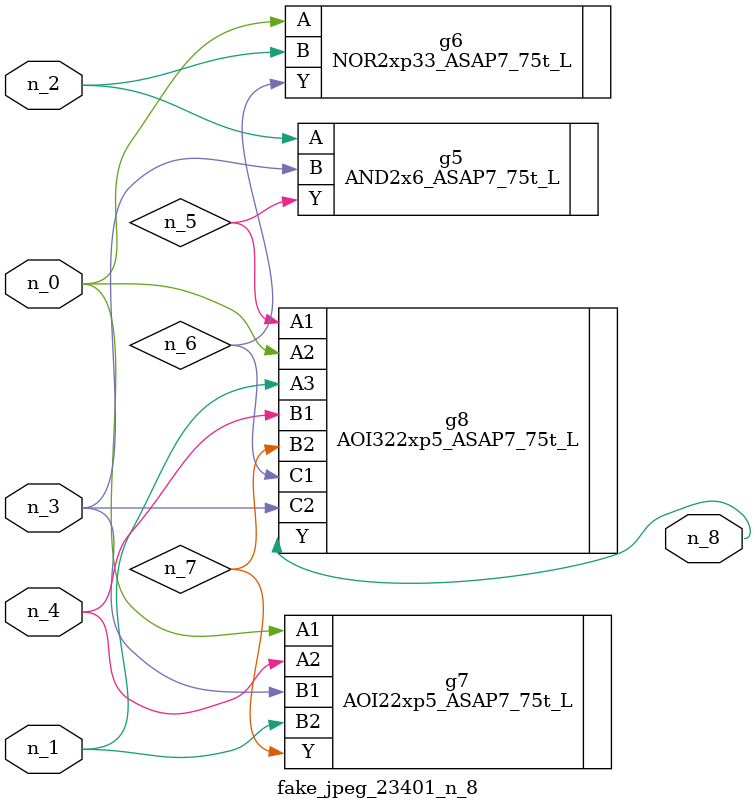
<source format=v>
module fake_jpeg_23401_n_8 (n_3, n_2, n_1, n_0, n_4, n_8);

input n_3;
input n_2;
input n_1;
input n_0;
input n_4;

output n_8;

wire n_6;
wire n_5;
wire n_7;

AND2x6_ASAP7_75t_L g5 ( 
.A(n_2),
.B(n_3),
.Y(n_5)
);

NOR2xp33_ASAP7_75t_L g6 ( 
.A(n_0),
.B(n_2),
.Y(n_6)
);

AOI22xp5_ASAP7_75t_L g7 ( 
.A1(n_0),
.A2(n_4),
.B1(n_3),
.B2(n_1),
.Y(n_7)
);

AOI322xp5_ASAP7_75t_L g8 ( 
.A1(n_5),
.A2(n_0),
.A3(n_1),
.B1(n_4),
.B2(n_7),
.C1(n_6),
.C2(n_3),
.Y(n_8)
);


endmodule
</source>
